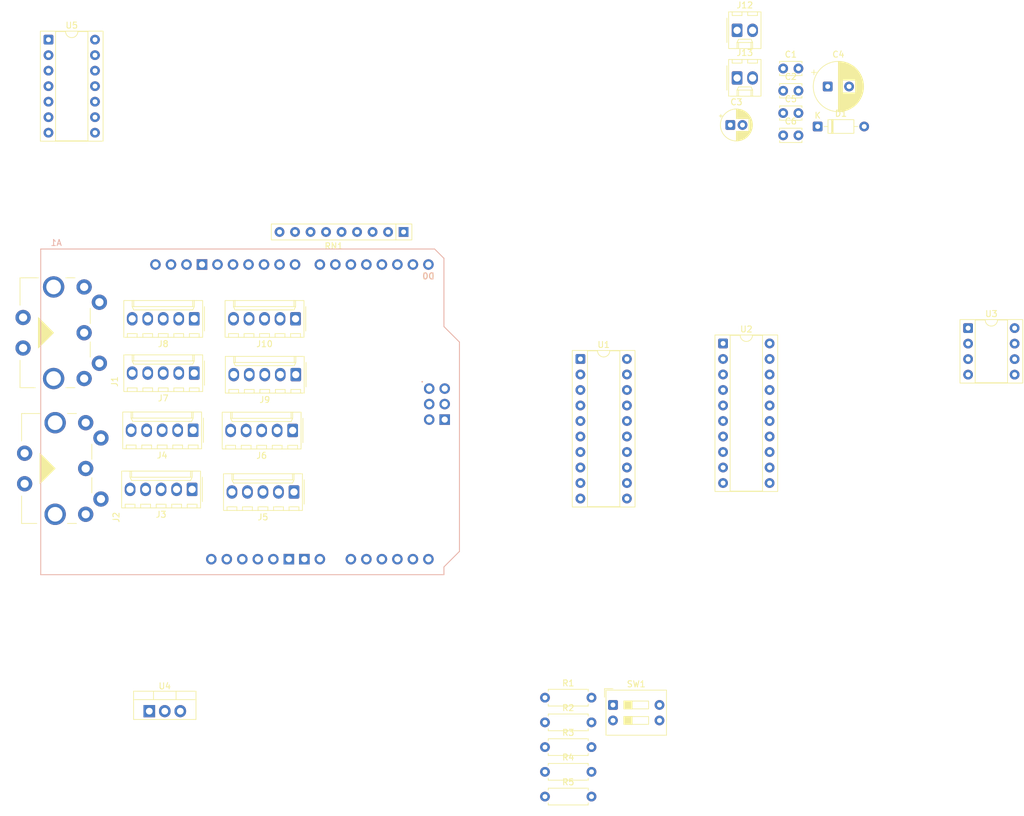
<source format=kicad_pcb>
(kicad_pcb (version 20241229) (generator "pcbnew") (generator_version "9.0")
  (layers (0 "F.Cu" signal) (2 "B.Cu" signal) (13 "F.Paste" user) (15 "B.Paste" user) (5 "F.SilkS" user "F.Silkscreen") (7 "B.SilkS" user "B.Silkscreen") (1 "F.Mask" user) (3 "B.Mask" user) (25 "Edge.Cuts" user))
  (net 0 "")
  (net 1 "/CS_3")
  (net 2 "/CLK")
  (net 4 "/DIP_1")
  (net 9 "/SW_2")
  (net 10 "/CS_5")
  (net 11 "/CS_4")
  (net 12 "+5V")
  (net 15 "/DIP_2")
  (net 18 "/CS_8")
  (net 19 "/SW_1")
  (net 21 "/CS_6")
  (net 22 "/DOUT_8")
  (net 26 "/CS_2")
  (net 27 "/CLK_8")
  (net 28 "/DOUT")
  (net 29 "/CS_7")
  (net 32 "/CLK_1")
  (net 33 "/CS_1")
  (net 37 "Net-(A1-D0{slash}RX)")
  (net 40 "Net-(J1-Pad4)")
  (net 41 "Net-(D1-A)")
  (net 44 "/DOUT_1")
  (net 45 "Net-(J2-Pad4)")
  (net 46 "Net-(J2-Pad5)")
  (net 48 "/CLK_2")
  (net 49 "/DOUT_2")
  (net 50 "/DOUT_3")
  (net 51 "/CLK_3")
  (net 52 "/DOUT_4")
  (net 53 "/CLK_4")
  (net 54 "/DOUT_5")
  (net 55 "/CLK_5")
  (net 56 "/CLK_6")
  (net 57 "/DOUT_6")
  (net 58 "/DOUT_7")
  (net 59 "/CLK_7")
  (net 60 "Net-(U3-VO1)")
  (net 63 "Net-(D1-K)")
  (net 64 "+9V")
  (net 67 "Net-(U5-1Y)")
  (net 71 "GND")
  (footprint "Connector_Molex:Molex_KK-254_AE-6410-05A_1x05_P2.54mm_Vertical" (layer "F.Cu") (at 97.656 109.728 180)
    (property "Reference" "J6" (at 5.08 -4.12 180) (layer "F.SilkS"))
    (property "Value" "Conn_01x05")
    (pad "1" thru_hole roundrect (at 0 0 180) (size 1.74 2.19) (drill 1.19) (layers "*.Cu" "*.Mask") (roundrect_rratio 0.143678) (net 71 "GND"))
    (pad "2" thru_hole oval (at 2.54 0 180) (size 1.74 2.19) (drill 1.19) (layers "*.Cu" "*.Mask") (net 12 "+5V"))
    (pad "3" thru_hole oval (at 5.08 0 180) (size 1.74 2.19) (drill 1.19) (layers "*.Cu" "*.Mask") (net 48 "/CLK_2"))
    (pad "4" thru_hole oval (at 7.62 0 180) (size 1.74 2.19) (drill 1.19) (layers "*.Cu" "*.Mask") (net 49 "/DOUT_2"))
    (pad "5" thru_hole oval (at 10.16 0 180) (size 1.74 2.19) (drill 1.19) (layers "*.Cu" "*.Mask") (net 26 "/CS_2"))
  )
  (footprint "Button_Switch_THT:SW_DIP_SPSTx02_Slide_9.78x7.26mm_W7.62mm_P2.54mm" (layer "F.Cu") (at 150.114 154.686)
    (property "Reference" "SW1" (at 3.81 -3.42 0) (layer "F.SilkS"))
    (property "Value" "SW_DIP_x02")
    (pad "1" thru_hole roundrect (at 0 0) (size 1.6 1.6) (drill 0.8) (layers "*.Cu" "*.Mask") (roundrect_rratio 0.15625) (net 4 "/DIP_1"))
    (pad "2" thru_hole circle (at 0 2.54) (size 1.6 1.6) (drill 0.8) (layers "*.Cu" "*.Mask") (net 15 "/DIP_2"))
    (pad "3" thru_hole circle (at 7.62 2.54) (size 1.6 1.6) (drill 0.8) (layers "*.Cu" "*.Mask") (net 71 "GND"))
    (pad "4" thru_hole circle (at 7.62 0) (size 1.6 1.6) (drill 0.8) (layers "*.Cu" "*.Mask") (net 71 "GND"))
  )
  (footprint "Package_TO_SOT_THT:TO-220-3_Vertical" (layer "F.Cu") (at 74.168 155.702)
    (property "Reference" "U4" (at 2.54 -4.1 0) (layer "F.SilkS"))
    (property "Value" "LM7805_TO220")
    (pad "1" thru_hole rect (at 0 0) (size 1.905 2) (drill 1.1) (layers "*.Cu" "*.Mask") (net 64 "+9V"))
    (pad "2" thru_hole oval (at 2.54 0) (size 1.905 2) (drill 1.1) (layers "*.Cu" "*.Mask") (net 71 "GND"))
    (pad "3" thru_hole oval (at 5.08 0) (size 1.905 2) (drill 1.1) (layers "*.Cu" "*.Mask") (net 12 "+5V"))
  )
  (footprint "Connector_Molex:Molex_KK-254_AE-6410-05A_1x05_P2.54mm_Vertical" (layer "F.Cu") (at 98.124 91.44 180)
    (property "Reference" "J10" (at 5.08 -4.12 180) (layer "F.SilkS"))
    (property "Value" "Conn_01x05")
    (pad "1" thru_hole roundrect (at 0 0 180) (size 1.74 2.19) (drill 1.19) (layers "*.Cu" "*.Mask") (roundrect_rratio 0.143678) (net 71 "GND"))
    (pad "2" thru_hole oval (at 2.54 0 180) (size 1.74 2.19) (drill 1.19) (layers "*.Cu" "*.Mask") (net 12 "+5V"))
    (pad "3" thru_hole oval (at 5.08 0 180) (size 1.74 2.19) (drill 1.19) (layers "*.Cu" "*.Mask") (net 56 "/CLK_6"))
    (pad "4" thru_hole oval (at 7.62 0 180) (size 1.74 2.19) (drill 1.19) (layers "*.Cu" "*.Mask") (net 57 "/DOUT_6"))
    (pad "5" thru_hole oval (at 10.16 0 180) (size 1.74 2.19) (drill 1.19) (layers "*.Cu" "*.Mask") (net 21 "/CS_6"))
  )
  (footprint "Capacitor_THT:C_Disc_D3.4mm_W2.1mm_P2.50mm" (layer "F.Cu") (at 177.992 54.094)
    (property "Reference" "C2" (at 1.25 -2.3 0) (layer "F.SilkS"))
    (property "Value" "0.1uF")
    (pad "1" thru_hole circle (at 0 0) (size 1.6 1.6) (drill 0.8) (layers "*.Cu" "*.Mask") (net 71 "GND"))
    (pad "2" thru_hole circle (at 2.5 0) (size 1.6 1.6) (drill 0.8) (layers "*.Cu" "*.Mask") (net 12 "+5V"))
  )
  (footprint "Resistor_THT:R_Axial_DIN0207_L6.3mm_D2.5mm_P7.62mm_Horizontal" (layer "F.Cu") (at 138.979 153.491)
    (property "Reference" "R1" (at 3.81 -2.37 0) (layer "F.SilkS"))
    (property "Value" "220")
    (pad "1" thru_hole circle (at 0 0) (size 1.6 1.6) (drill 0.8) (layers "*.Cu" "*.Mask") (net 40 "Net-(J1-Pad4)"))
    (pad "2" thru_hole circle (at 7.62 0) (size 1.6 1.6) (drill 0.8) (layers "*.Cu" "*.Mask") (net 63 "Net-(D1-K)"))
  )
  (footprint "Package_DIP:DIP-20_W7.62mm_Socket" (layer "F.Cu") (at 144.78 98.018)
    (property "Reference" "U1" (at 3.81 -2.33 0) (layer "F.SilkS"))
    (property "Value" "74HC244")
    (pad "1" thru_hole roundrect (at 0 0) (size 1.6 1.6) (drill 0.8) (layers "*.Cu" "*.Mask") (roundrect_rratio 0.15625) (net 71 "GND"))
    (pad "2" thru_hole circle (at 0 2.54) (size 1.6 1.6) (drill 0.8) (layers "*.Cu" "*.Mask") (net 28 "/DOUT"))
    (pad "3" thru_hole circle (at 0 5.08) (size 1.6 1.6) (drill 0.8) (layers "*.Cu" "*.Mask") (net 50 "/DOUT_3"))
    (pad "4" thru_hole circle (at 0 7.62) (size 1.6 1.6) (drill 0.8) (layers "*.Cu" "*.Mask") (net 2 "/CLK"))
    (pad "5" thru_hole circle (at 0 10.16) (size 1.6 1.6) (drill 0.8) (layers "*.Cu" "*.Mask") (net 51 "/CLK_3"))
    (pad "6" thru_hole circle (at 0 12.7) (size 1.6 1.6) (drill 0.8) (layers "*.Cu" "*.Mask") (net 28 "/DOUT"))
    (pad "7" thru_hole circle (at 0 15.24) (size 1.6 1.6) (drill 0.8) (layers "*.Cu" "*.Mask") (net 52 "/DOUT_4"))
    (pad "8" thru_hole circle (at 0 17.78) (size 1.6 1.6) (drill 0.8) (layers "*.Cu" "*.Mask") (net 2 "/CLK"))
    (pad "9" thru_hole circle (at 0 20.32) (size 1.6 1.6) (drill 0.8) (layers "*.Cu" "*.Mask") (net 53 "/CLK_4"))
    (pad "10" thru_hole circle (at 0 22.86) (size 1.6 1.6) (drill 0.8) (layers "*.Cu" "*.Mask") (net 71 "GND"))
    (pad "11" thru_hole circle (at 7.62 22.86) (size 1.6 1.6) (drill 0.8) (layers "*.Cu" "*.Mask") (net 2 "/CLK"))
    (pad "12" thru_hole circle (at 7.62 20.32) (size 1.6 1.6) (drill 0.8) (layers "*.Cu" "*.Mask") (net 48 "/CLK_2"))
    (pad "13" thru_hole circle (at 7.62 17.78) (size 1.6 1.6) (drill 0.8) (layers "*.Cu" "*.Mask") (net 28 "/DOUT"))
    (pad "14" thru_hole circle (at 7.62 15.24) (size 1.6 1.6) (drill 0.8) (layers "*.Cu" "*.Mask") (net 49 "/DOUT_2"))
    (pad "15" thru_hole circle (at 7.62 12.7) (size 1.6 1.6) (drill 0.8) (layers "*.Cu" "*.Mask") (net 2 "/CLK"))
    (pad "16" thru_hole circle (at 7.62 10.16) (size 1.6 1.6) (drill 0.8) (layers "*.Cu" "*.Mask") (net 32 "/CLK_1"))
    (pad "17" thru_hole circle (at 7.62 7.62) (size 1.6 1.6) (drill 0.8) (layers "*.Cu" "*.Mask") (net 28 "/DOUT"))
    (pad "18" thru_hole circle (at 7.62 5.08) (size 1.6 1.6) (drill 0.8) (layers "*.Cu" "*.Mask") (net 44 "/DOUT_1"))
    (pad "19" thru_hole circle (at 7.62 2.54) (size 1.6 1.6) (drill 0.8) (layers "*.Cu" "*.Mask") (net 71 "GND"))
    (pad "20" thru_hole circle (at 7.62 0) (size 1.6 1.6) (drill 0.8) (layers "*.Cu" "*.Mask") (net 12 "+5V"))
  )
  (footprint "Capacitor_THT:CP_Radial_D5.0mm_P2.00mm" (layer "F.Cu") (at 169.331775 59.694)
    (property "Reference" "C3" (at 1 -3.75 0) (layer "F.SilkS"))
    (property "Value" "10uF")
    (pad "1" thru_hole roundrect (at 0 0) (size 1.6 1.6) (drill 0.8) (layers "*.Cu" "*.Mask") (roundrect_rratio 0.15625) (net 64 "+9V"))
    (pad "2" thru_hole circle (at 2 0) (size 1.6 1.6) (drill 0.8) (layers "*.Cu" "*.Mask") (net 71 "GND"))
  )
  (footprint "Connector_Molex:Molex_KK-254_AE-6410-05A_1x05_P2.54mm_Vertical" (layer "F.Cu") (at 81.534 100.33 180)
    (property "Reference" "J7" (at 5.08 -4.12 180) (layer "F.SilkS"))
    (property "Value" "Conn_01x05")
    (pad "1" thru_hole roundrect (at 0 0 180) (size 1.74 2.19) (drill 1.19) (layers "*.Cu" "*.Mask") (roundrect_rratio 0.143678) (net 71 "GND"))
    (pad "2" thru_hole oval (at 2.54 0 180) (size 1.74 2.19) (drill 1.19) (layers "*.Cu" "*.Mask") (net 12 "+5V"))
    (pad "3" thru_hole oval (at 5.08 0 180) (size 1.74 2.19) (drill 1.19) (layers "*.Cu" "*.Mask") (net 51 "/CLK_3"))
    (pad "4" thru_hole oval (at 7.62 0 180) (size 1.74 2.19) (drill 1.19) (layers "*.Cu" "*.Mask") (net 50 "/DOUT_3"))
    (pad "5" thru_hole oval (at 10.16 0 180) (size 1.74 2.19) (drill 1.19) (layers "*.Cu" "*.Mask") (net 1 "/CS_3"))
  )
  (footprint "Resistor_THT:R_Axial_DIN0207_L6.3mm_D2.5mm_P7.62mm_Horizontal" (layer "F.Cu") (at 138.979 157.541)
    (property "Reference" "R2" (at 3.81 -2.37 0) (layer "F.SilkS"))
    (property "Value" "220")
    (pad "1" thru_hole circle (at 0 0) (size 1.6 1.6) (drill 0.8) (layers "*.Cu" "*.Mask") (net 12 "+5V"))
    (pad "2" thru_hole circle (at 7.62 0) (size 1.6 1.6) (drill 0.8) (layers "*.Cu" "*.Mask") (net 45 "Net-(J2-Pad4)"))
  )
  (footprint "Resistor_THT:R_Array_SIP9" (layer "F.Cu") (at 115.824 77.216 180)
    (property "Reference" "RN1" (at 11.43 -2.31 0) (layer "F.SilkS"))
    (property "Value" "8 x 10K")
    (pad "1" thru_hole rect (at 0 0 180) (size 1.6 1.6) (drill 0.8) (layers "*.Cu" "*.Mask") (net 12 "+5V"))
    (pad "2" thru_hole circle (at 2.54 0 180) (size 1.6 1.6) (drill 0.8) (layers "*.Cu" "*.Mask") (net 33 "/CS_1"))
    (pad "3" thru_hole circle (at 5.08 0 180) (size 1.6 1.6) (drill 0.8) (layers "*.Cu" "*.Mask") (net 26 "/CS_2"))
    (pad "4" thru_hole circle (at 7.62 0 180) (size 1.6 1.6) (drill 0.8) (layers "*.Cu" "*.Mask") (net 1 "/CS_3"))
    (pad "5" thru_hole circle (at 10.16 0 180) (size 1.6 1.6) (drill 0.8) (layers "*.Cu" "*.Mask") (net 11 "/CS_4"))
    (pad "6" thru_hole circle (at 12.7 0 180) (size 1.6 1.6) (drill 0.8) (layers "*.Cu" "*.Mask") (net 10 "/CS_5"))
    (pad "7" thru_hole circle (at 15.24 0 180) (size 1.6 1.6) (drill 0.8) (layers "*.Cu" "*.Mask") (net 21 "/CS_6"))
    (pad "8" thru_hole circle (at 17.78 0 180) (size 1.6 1.6) (drill 0.8) (layers "*.Cu" "*.Mask") (net 29 "/CS_7"))
    (pad "9" thru_hole circle (at 20.32 0 180) (size 1.6 1.6) (drill 0.8) (layers "*.Cu" "*.Mask") (net 18 "/CS_8"))
  )
  (footprint "FreakHat:DIN5_MIDI" (layer "F.Cu") (at 63.5 93.726)
    (property "Reference" "J1" (at 5 8 90) (layer "F.SilkS"))
    (property "Value" "DIN-5")
    (pad "" thru_hole circle (at -5 -7.5) (size 3.5 3.5) (drill 2.4) (layers "*.Cu" "*.Mask"))
    (pad "" thru_hole circle (at -5 7.5) (size 3.5 3.5) (drill 2.4) (layers "*.Cu" "*.Mask"))
    (pad "1" thru_hole circle (at 0 7.5) (size 2.5 2.5) (drill 1.35) (layers "*.Cu" "*.Mask"))
    (pad "2" thru_hole circle (at 0 0) (size 2.5 2.5) (drill 1.35) (layers "*.Cu" "*.Mask"))
    (pad "3" thru_hole circle (at 0 -7.5) (size 2.5 2.5) (drill 1.35) (layers "*.Cu" "*.Mask"))
    (pad "4" thru_hole circle (at 2.5 5) (size 2.5 2.5) (drill 1.35) (layers "*.Cu" "*.Mask") (net 40 "Net-(J1-Pad4)"))
    (pad "5" thru_hole circle (at 2.5 -5) (size 2.5 2.5) (drill 1.35) (layers "*.Cu" "*.Mask") (net 41 "Net-(D1-A)"))
    (pad "G" thru_hole circle (at -10 -2.5) (size 2.5 2.5) (drill 1.35) (layers "*.Cu" "*.Mask"))
    (pad "G" thru_hole circle (at -10 2.5) (size 2.5 2.5) (drill 1.35) (layers "*.Cu" "*.Mask"))
  )
  (footprint "Connector_Molex:Molex_KK-254_AE-6410-05A_1x05_P2.54mm_Vertical" (layer "F.Cu") (at 81.186 119.38 180)
    (property "Reference" "J3" (at 5.08 -4.12 180) (layer "F.SilkS"))
    (property "Value" "Conn_01x05")
    (pad "1" thru_hole roundrect (at 0 0 180) (size 1.74 2.19) (drill 1.19) (layers "*.Cu" "*.Mask") (roundrect_rratio 0.143678) (net 71 "GND"))
    (pad "2" thru_hole oval (at 2.54 0 180) (size 1.74 2.19) (drill 1.19) (layers "*.Cu" "*.Mask") (net 12 "+5V"))
    (pad "3" thru_hole oval (at 5.08 0 180) (size 1.74 2.19) (drill 1.19) (layers "*.Cu" "*.Mask") (net 59 "/CLK_7"))
    (pad "4" thru_hole oval (at 7.62 0 180) (size 1.74 2.19) (drill 1.19) (layers "*.Cu" "*.Mask") (net 58 "/DOUT_7"))
    (pad "5" thru_hole oval (at 10.16 0 180) (size 1.74 2.19) (drill 1.19) (layers "*.Cu" "*.Mask") (net 29 "/CS_7"))
  )
  (footprint "Package_DIP:DIP-20_W7.62mm_Socket" (layer "F.Cu") (at 168.148 95.478)
    (property "Reference" "U2" (at 3.81 -2.33 0) (layer "F.SilkS"))
    (property "Value" "74HC244")
    (pad "1" thru_hole roundrect (at 0 0) (size 1.6 1.6) (drill 0.8) (layers "*.Cu" "*.Mask") (roundrect_rratio 0.15625) (net 71 "GND"))
    (pad "2" thru_hole circle (at 0 2.54) (size 1.6 1.6) (drill 0.8) (layers "*.Cu" "*.Mask") (net 28 "/DOUT"))
    (pad "3" thru_hole circle (at 0 5.08) (size 1.6 1.6) (drill 0.8) (layers "*.Cu" "*.Mask") (net 58 "/DOUT_7"))
    (pad "4" thru_hole circle (at 0 7.62) (size 1.6 1.6) (drill 0.8) (layers "*.Cu" "*.Mask") (net 2 "/CLK"))
    (pad "5" thru_hole circle (at 0 10.16) (size 1.6 1.6) (drill 0.8) (layers "*.Cu" "*.Mask") (net 59 "/CLK_7"))
    (pad "6" thru_hole circle (at 0 12.7) (size 1.6 1.6) (drill 0.8) (layers "*.Cu" "*.Mask") (net 28 "/DOUT"))
    (pad "7" thru_hole circle (at 0 15.24) (size 1.6 1.6) (drill 0.8) (layers "*.Cu" "*.Mask") (net 22 "/DOUT_8"))
    (pad "8" thru_hole circle (at 0 17.78) (size 1.6 1.6) (drill 0.8) (layers "*.Cu" "*.Mask") (net 2 "/CLK"))
    (pad "9" thru_hole circle (at 0 20.32) (size 1.6 1.6) (drill 0.8) (layers "*.Cu" "*.Mask") (net 27 "/CLK_8"))
    (pad "10" thru_hole circle (at 0 22.86) (size 1.6 1.6) (drill 0.8) (layers "*.Cu" "*.Mask") (net 71 "GND"))
    (pad "11" thru_hole circle (at 7.62 22.86) (size 1.6 1.6) (drill 0.8) (layers "*.Cu" "*.Mask") (net 2 "/CLK"))
    (pad "12" thru_hole circle (at 7.62 20.32) (size 1.6 1.6) (drill 0.8) (layers "*.Cu" "*.Mask") (net 56 "/CLK_6"))
    (pad "13" thru_hole circle (at 7.62 17.78) (size 1.6 1.6) (drill 0.8) (layers "*.Cu" "*.Mask") (net 28 "/DOUT"))
    (pad "14" thru_hole circle (at 7.62 15.24) (size 1.6 1.6) (drill 0.8) (layers "*.Cu" "*.Mask") (net 57 "/DOUT_6"))
    (pad "15" thru_hole circle (at 7.62 12.7) (size 1.6 1.6) (drill 0.8) (layers "*.Cu" "*.Mask") (net 2 "/CLK"))
    (pad "16" thru_hole circle (at 7.62 10.16) (size 1.6 1.6) (drill 0.8) (layers "*.Cu" "*.Mask") (net 55 "/CLK_5"))
    (pad "17" thru_hole circle (at 7.62 7.62) (size 1.6 1.6) (drill 0.8) (layers "*.Cu" "*.Mask") (net 28 "/DOUT"))
    (pad "18" thru_hole circle (at 7.62 5.08) (size 1.6 1.6) (drill 0.8) (layers "*.Cu" "*.Mask") (net 54 "/DOUT_5"))
    (pad "19" thru_hole circle (at 7.62 2.54) (size 1.6 1.6) (drill 0.8) (layers "*.Cu" "*.Mask") (net 71 "GND"))
    (pad "20" thru_hole circle (at 7.62 0) (size 1.6 1.6) (drill 0.8) (layers "*.Cu" "*.Mask") (net 12 "+5V"))
  )
  (footprint "Connector_Molex:Molex_KK-254_AE-6410-05A_1x05_P2.54mm_Vertical" (layer "F.Cu") (at 81.36 109.696 180)
    (property "Reference" "J4" (at 5.08 -4.12 180) (layer "F.SilkS"))
    (property "Value" "Conn_01x05")
    (pad "1" thru_hole roundrect (at 0 0 180) (size 1.74 2.19) (drill 1.19) (layers "*.Cu" "*.Mask") (roundrect_rratio 0.143678) (net 71 "GND"))
    (pad "2" thru_hole oval (at 2.54 0 180) (size 1.74 2.19) (drill 1.19) (layers "*.Cu" "*.Mask") (net 12 "+5V"))
    (pad "3" thru_hole oval (at 5.08 0 180) (size 1.74 2.19) (drill 1.19) (layers "*.Cu" "*.Mask") (net 27 "/CLK_8"))
    (pad "4" thru_hole oval (at 7.62 0 180) (size 1.74 2.19) (drill 1.19) (layers "*.Cu" "*.Mask") (net 22 "/DOUT_8"))
    (pad "5" thru_hole oval (at 10.16 0 180) (size 1.74 2.19) (drill 1.19) (layers "*.Cu" "*.Mask") (net 18 "/CS_8"))
  )
  (footprint "Package_DIP:DIP-8_W7.62mm_Socket" (layer "F.Cu") (at 208.28 92.964)
    (property "Reference" "U3" (at 3.81 -2.33 0) (layer "F.SilkS"))
    (property "Value" "6N138")
    (pad "1" thru_hole roundrect (at 0 0) (size 1.6 1.6) (drill 0.8) (layers "*.Cu" "*.Mask") (roundrect_rratio 0.15625))
    (pad "2" thru_hole circle (at 0 2.54) (size 1.6 1.6) (drill 0.8) (layers "*.Cu" "*.Mask") (net 63 "Net-(D1-K)"))
    (pad "3" thru_hole circle (at 0 5.08) (size 1.6 1.6) (drill 0.8) (layers "*.Cu" "*.Mask") (net 41 "Net-(D1-A)"))
    (pad "4" thru_hole circle (at 0 7.62) (size 1.6 1.6) (drill 0.8) (layers "*.Cu" "*.Mask"))
    (pad "5" thru_hole circle (at 7.62 7.62) (size 1.6 1.6) (drill 0.8) (layers "*.Cu" "*.Mask") (net 71 "GND"))
    (pad "6" thru_hole circle (at 7.62 5.08) (size 1.6 1.6) (drill 0.8) (layers "*.Cu" "*.Mask") (net 37 "Net-(A1-D0{slash}RX)"))
    (pad "7" thru_hole circle (at 7.62 2.54) (size 1.6 1.6) (drill 0.8) (layers "*.Cu" "*.Mask") (net 60 "Net-(U3-VO1)"))
    (pad "8" thru_hole circle (at 7.62 0) (size 1.6 1.6) (drill 0.8) (layers "*.Cu" "*.Mask") (net 12 "+5V"))
  )
  (footprint "Resistor_THT:R_Axial_DIN0207_L6.3mm_D2.5mm_P7.62mm_Horizontal" (layer "F.Cu") (at 138.979 161.591)
    (property "Reference" "R3" (at 3.81 -2.37 0) (layer "F.SilkS"))
    (property "Value" "220")
    (pad "1" thru_hole circle (at 0 0) (size 1.6 1.6) (drill 0.8) (layers "*.Cu" "*.Mask") (net 46 "Net-(J2-Pad5)"))
    (pad "2" thru_hole circle (at 7.62 0) (size 1.6 1.6) (drill 0.8) (layers "*.Cu" "*.Mask") (net 67 "Net-(U5-1Y)"))
  )
  (footprint "Resistor_THT:R_Axial_DIN0207_L6.3mm_D2.5mm_P7.62mm_Horizontal" (layer "F.Cu") (at 138.979 165.641)
    (property "Reference" "R4" (at 3.81 -2.37 0) (layer "F.SilkS"))
    (property "Value" "4.7K")
    (pad "1" thru_hole circle (at 0 0) (size 1.6 1.6) (drill 0.8) (layers "*.Cu" "*.Mask") (net 60 "Net-(U3-VO1)"))
    (pad "2" thru_hole circle (at 7.62 0) (size 1.6 1.6) (drill 0.8) (layers "*.Cu" "*.Mask") (net 71 "GND"))
  )
  (footprint "Connector_Molex:Molex_KK-254_AE-6410-05A_1x05_P2.54mm_Vertical" (layer "F.Cu") (at 98.164 100.584 180)
    (property "Reference" "J9" (at 5.08 -4.12 180) (layer "F.SilkS"))
    (property "Value" "Conn_01x05")
    (pad "1" thru_hole roundrect (at 0 0 180) (size 1.74 2.19) (drill 1.19) (layers "*.Cu" "*.Mask") (roundrect_rratio 0.143678) (net 71 "GND"))
    (pad "2" thru_hole oval (at 2.54 0 180) (size 1.74 2.19) (drill 1.19) (layers "*.Cu" "*.Mask") (net 12 "+5V"))
    (pad "3" thru_hole oval (at 5.08 0 180) (size 1.74 2.19) (drill 1.19) (layers "*.Cu" "*.Mask") (net 55 "/CLK_5"))
    (pad "4" thru_hole oval (at 7.62 0 180) (size 1.74 2.19) (drill 1.19) (layers "*.Cu" "*.Mask") (net 54 "/DOUT_5"))
    (pad "5" thru_hole oval (at 10.16 0 180) (size 1.74 2.19) (drill 1.19) (layers "*.Cu" "*.Mask") (net 10 "/CS_5"))
  )
  (footprint "Capacitor_THT:CP_Radial_D8.0mm_P3.50mm" (layer "F.Cu") (at 185.286698 53.394)
    (property "Reference" "C4" (at 1.75 -5.25 0) (layer "F.SilkS"))
    (property "Value" "100uF")
    (pad "1" thru_hole roundrect (at 0 0) (size 1.6 1.6) (drill 0.8) (layers "*.Cu" "*.Mask") (roundrect_rratio 0.15625) (net 12 "+5V"))
    (pad "2" thru_hole circle (at 3.5 0) (size 1.6 1.6) (drill 0.8) (layers "*.Cu" "*.Mask") (net 71 "GND"))
  )
  (footprint "FreakHat:DIN5_MIDI" (layer "F.Cu") (at 63.754 115.958)
    (property "Reference" "J2" (at 5 8 90) (layer "F.SilkS"))
    (property "Value" "DIN-5")
    (pad "" thru_hole circle (at -5 -7.5) (size 3.5 3.5) (drill 2.4) (layers "*.Cu" "*.Mask"))
    (pad "" thru_hole circle (at -5 7.5) (size 3.5 3.5) (drill 2.4) (layers "*.Cu" "*.Mask"))
    (pad "1" thru_hole circle (at 0 7.5) (size 2.5 2.5) (drill 1.35) (layers "*.Cu" "*.Mask"))
    (pad "2" thru_hole circle (at 0 0) (size 2.5 2.5) (drill 1.35) (layers "*.Cu" "*.Mask") (net 71 "GND"))
    (pad "3" thru_hole circle (at 0 -7.5) (size 2.5 2.5) (drill 1.35) (layers "*.Cu" "*.Mask"))
    (pad "4" thru_hole circle (at 2.5 5) (size 2.5 2.5) (drill 1.35) (layers "*.Cu" "*.Mask") (net 45 "Net-(J2-Pad4)"))
    (pad "5" thru_hole circle (at 2.5 -5) (size 2.5 2.5) (drill 1.35) (layers "*.Cu" "*.Mask") (net 46 "Net-(J2-Pad5)"))
    (pad "G" thru_hole circle (at -10 -2.5) (size 2.5 2.5) (drill 1.35) (layers "*.Cu" "*.Mask"))
    (pad "G" thru_hole circle (at -10 2.5) (size 2.5 2.5) (drill 1.35) (layers "*.Cu" "*.Mask"))
  )
  (footprint "Resistor_THT:R_Axial_DIN0207_L6.3mm_D2.5mm_P7.62mm_Horizontal" (layer "F.Cu") (at 138.979 169.691)
    (property "Reference" "R5" (at 3.81 -2.37 0) (layer "F.SilkS"))
    (property "Value" "270")
    (pad "1" thru_hole circle (at 0 0) (size 1.6 1.6) (drill 0.8) (layers "*.Cu" "*.Mask") (net 12 "+5V"))
    (pad "2" thru_hole circle (at 7.62 0) (size 1.6 1.6) (drill 0.8) (layers "*.Cu" "*.Mask") (net 37 "Net-(A1-D0{slash}RX)"))
  )
  (footprint "Package_DIP:DIP-14_W7.62mm_Socket" (layer "F.Cu") (at 57.658 45.72)
    (property "Reference" "U5" (at 3.81 -2.33 0) (layer "F.SilkS"))
    (property "Value" "SN7407N")
    (pad "1" thru_hole roundrect (at 0 0) (size 1.6 1.6) (drill 0.8) (layers "*.Cu" "*.Mask") (roundrect_rratio 0.15625) (net 37 "Net-(A1-D0{slash}RX)"))
    (pad "2" thru_hole circle (at 0 2.54) (size 1.6 1.6) (drill 0.8) (layers "*.Cu" "*.Mask") (net 67 "Net-(U5-1Y)"))
    (pad "3" thru_hole circle (at 0 5.08) (size 1.6 1.6) (drill 0.8) (layers "*.Cu" "*.Mask") (net 71 "GND"))
    (pad "4" thru_hole circle (at 0 7.62) (size 1.6 1.6) (drill 0.8) (layers "*.Cu" "*.Mask"))
    (pad "5" thru_hole circle (at 0 10.16) (size 1.6 1.6) (drill 0.8) (layers "*.Cu" "*.Mask") (net 71 "GND"))
    (pad "6" thru_hole circle (at 0 12.7) (size 1.6 1.6) (drill 0.8) (layers "*.Cu" "*.Mask"))
    (pad "7" thru_hole circle (at 0 15.24) (size 1.6 1.6) (drill 0.8) (layers "*.Cu" "*.Mask") (net 71 "GND"))
    (pad "8" thru_hole circle (at 7.62 15.24) (size 1.6 1.6) (drill 0.8) (layers "*.Cu" "*.Mask"))
    (pad "9" thru_hole circle (at 7.62 12.7) (size 1.6 1.6) (drill 0.8) (layers "*.Cu" "*.Mask") (net 71 "GND"))
    (pad "10" thru_hole circle (at 7.62 10.16) (size 1.6 1.6) (drill 0.8) (layers "*.Cu" "*.Mask"))
    (pad "11" thru_hole circle (at 7.62 7.62) (size 1.6 1.6) (drill 0.8) (layers "*.Cu" "*.Mask") (net 71 "GND"))
    (pad "12" thru_hole circle (at 7.62 5.08) (size 1.6 1.6) (drill 0.8) (layers "*.Cu" "*.Mask"))
    (pad "13" thru_hole circle (at 7.62 2.54) (size 1.6 1.6) (drill 0.8) (layers "*.Cu" "*.Mask") (net 71 "GND"))
    (pad "14" thru_hole circle (at 7.62 0) (size 1.6 1.6) (drill 0.8) (layers "*.Cu" "*.Mask") (net 12 "+5V"))
  )
  (footprint "Connector_Molex:Molex_KK-254_AE-6410-05A_1x05_P2.54mm_Vertical" (layer "F.Cu") (at 81.534 91.44 180)
    (property "Reference" "J8" (at 5.08 -4.12 180) (layer "F.SilkS"))
    (property "Value" "Conn_01x05")
    (pad "1" thru_hole roundrect (at 0 0 180) (size 1.74 2.19) (drill 1.19) (layers "*.Cu" "*.Mask") (roundrect_rratio 0.143678) (net 71 "GND"))
    (pad "2" thru_hole oval (at 2.54 0 180) (size 1.74 2.19) (drill 1.19) (layers "*.Cu" "*.Mask") (net 12 "+5V"))
    (pad "3" thru_hole oval (at 5.08 0 180) (size 1.74 2.19) (drill 1.19) (layers "*.Cu" "*.Mask") (net 53 "/CLK_4"))
    (pad "4" thru_hole oval (at 7.62 0 180) (size 1.74 2.19) (drill 1.19) (layers "*.Cu" "*.Mask") (net 52 "/DOUT_4"))
    (pad "5" thru_hole oval (at 10.16 0 180) (size 1.74 2.19) (drill 1.19) (layers "*.Cu" "*.Mask") (net 11 "/CS_4"))
  )
  (footprint "Capacitor_THT:C_Disc_D3.4mm_W2.1mm_P2.50mm" (layer "F.Cu") (at 177.992 57.744)
    (property "Reference" "C5" (at 1.25 -2.3 0) (layer "F.SilkS"))
    (property "Value" "0.1uF")
    (pad "1" thru_hole circle (at 0 0) (size 1.6 1.6) (drill 0.8) (layers "*.Cu" "*.Mask") (net 12 "+5V"))
    (pad "2" thru_hole circle (at 2.5 0) (size 1.6 1.6) (drill 0.8) (layers "*.Cu" "*.Mask") (net 71 "GND"))
  )
  (footprint "Connector_Molex:Molex_KK-254_AE-6410-05A_1x05_P2.54mm_Vertical" (layer "F.Cu") (at 97.87 119.804 180)
    (property "Reference" "J5" (at 5.08 -4.12 180) (layer "F.SilkS"))
    (property "Value" "Conn_01x05")
    (pad "1" thru_hole roundrect (at 0 0 180) (size 1.74 2.19) (drill 1.19) (layers "*.Cu" "*.Mask") (roundrect_rratio 0.143678) (net 71 "GND"))
    (pad "2" thru_hole oval (at 2.54 0 180) (size 1.74 2.19) (drill 1.19) (layers "*.Cu" "*.Mask") (net 12 "+5V"))
    (pad "3" thru_hole oval (at 5.08 0 180) (size 1.74 2.19) (drill 1.19) (layers "*.Cu" "*.Mask") (net 32 "/CLK_1"))
    (pad "4" thru_hole oval (at 7.62 0 180) (size 1.74 2.19) (drill 1.19) (layers "*.Cu" "*.Mask") (net 44 "/DOUT_1"))
    (pad "5" thru_hole oval (at 10.16 0 180) (size 1.74 2.19) (drill 1.19) (layers "*.Cu" "*.Mask") (net 33 "/CS_1"))
  )
  (footprint "Connector_Molex:Molex_KK-254_AE-6410-02A_1x02_P2.54mm_Vertical" (layer "F.Cu") (at 170.442 44.194)
    (property "Reference" "J12" (at 1.27 -4.12 0) (layer "F.SilkS"))
    (property "Value" "Conn_01x02")
    (pad "1" thru_hole roundrect (at 0 0) (size 1.74 2.19) (drill 1.19) (layers "*.Cu" "*.Mask") (roundrect_rratio 0.143678) (net 71 "GND"))
    (pad "2" thru_hole oval (at 2.54 0) (size 1.74 2.19) (drill 1.19) (layers "*.Cu" "*.Mask") (net 19 "/SW_1"))
  )
  (footprint "Capacitor_THT:C_Disc_D3.4mm_W2.1mm_P2.50mm" (layer "F.Cu") (at 177.992 50.444)
    (property "Reference" "C1" (at 1.25 -2.3 0) (layer "F.SilkS"))
    (property "Value" "0.1uF")
    (pad "1" thru_hole circle (at 0 0) (size 1.6 1.6) (drill 0.8) (layers "*.Cu" "*.Mask") (net 71 "GND"))
    (pad "2" thru_hole circle (at 2.5 0) (size 1.6 1.6) (drill 0.8) (layers "*.Cu" "*.Mask") (net 12 "+5V"))
  )
  (footprint "Capacitor_THT:C_Disc_D3.4mm_W2.1mm_P2.50mm" (layer "F.Cu") (at 177.992 61.394)
    (property "Reference" "C6" (at 1.25 -2.3 0) (layer "F.SilkS"))
    (property "Value" "0.1uF")
    (pad "1" thru_hole circle (at 0 0) (size 1.6 1.6) (drill 0.8) (layers "*.Cu" "*.Mask") (net 12 "+5V"))
    (pad "2" thru_hole circle (at 2.5 0) (size 1.6 1.6) (drill 0.8) (layers "*.Cu" "*.Mask") (net 71 "GND"))
  )
  (footprint "PCM_arduino-library:Arduino_Uno_R3_Shield" (layer "F.Cu") (at 56.388 133.35)
    (property "Reference" "A1" (at 2.54 -54.356 0) (layer "B.SilkS") (effects (justify mirror)))
    (property "Value" "Arduino_Uno_R3_Shield")
    (fp_text user "." (at 62.484 -32.004 0) (layer "F.SilkS"))
    (fp_text user "D0" (at 63.5 -48.895 0) (layer "F.SilkS"))
    (fp_text user "D0" (at 63.5 -48.895 0) (layer "B.SilkS") (effects (justify mirror)))
    (fp_text user "." (at 62.484 -32.004 0) (layer "B.SilkS"))
    (pad "" np_thru_hole circle (at 13.97 -2.54) (size 3.2 3.2) (drill 3.2) (layers "*.Cu" "*.Mask"))
    (pad "" np_thru_hole circle (at 15.24 -50.8) (size 3.2 3.2) (drill 3.2) (layers "*.Cu" "*.Mask"))
    (pad "" thru_hole oval (at 27.94 -2.54) (size 1.7272 1.7272) (drill 1.016) (layers "*.Cu" "*.Mask"))
    (pad "" np_thru_hole circle (at 66.04 -35.56) (size 3.2 3.2) (drill 3.2) (layers "*.Cu" "*.Mask"))
    (pad "" np_thru_hole circle (at 66.04 -7.62) (size 3.2 3.2) (drill 3.2) (layers "*.Cu" "*.Mask"))
    (pad "3V3" thru_hole oval (at 35.56 -2.54) (size 1.7272 1.7272) (drill 1.016) (layers "*.Cu" "*.Mask"))
    (pad "5V1" thru_hole oval (at 38.1 -2.54) (size 1.7272 1.7272) (drill 1.016) (layers "*.Cu" "*.Mask"))
    (pad "5V2" thru_hole oval (at 66.167 -30.48) (size 1.7272 1.7272) (drill 1.016) (layers "*.Cu" "*.Mask"))
    (pad "A0" thru_hole oval (at 50.8 -2.54) (size 1.7272 1.7272) (drill 1.016) (layers "*.Cu" "*.Mask") (net 15 "/DIP_2"))
    (pad "A1" thru_hole oval (at 53.34 -2.54) (size 1.7272 1.7272) (drill 1.016) (layers "*.Cu" "*.Mask") (net 4 "/DIP_1"))
    (pad "A2" thru_hole oval (at 55.88 -2.54) (size 1.7272 1.7272) (drill 1.016) (layers "*.Cu" "*.Mask") (net 19 "/SW_1"))
    (pad "A3" thru_hole oval (at 58.42 -2.54) (size 1.7272 1.7272) (drill 1.016) (layers "*.Cu" "*.Mask") (net 9 "/SW_2"))
    (pad "A4" thru_hole oval (at 60.96 -2.54) (size 1.7272 1.7272) (drill 1.016) (layers "*.Cu" "*.Mask"))
    (pad "A5" thru_hole oval (at 63.5 -2.54) (size 1.7272 1.7272) (drill 1.016) (layers "*.Cu" "*.Mask"))
    (pad "AREF" thru_hole oval (at 23.876 -50.8) (size 1.7272 1.7272) (drill 1.016) (layers "*.Cu" "*.Mask"))
    (pad "D0" thru_hole oval (at 63.5 -50.8) (size 1.7272 1.7272) (drill 1.016) (layers "*.Cu" "*.Mask") (net 37 "Net-(A1-D0{slash}RX)"))
    (pad "D1" thru_hole oval (at 60.96 -50.8) (size 1.7272 1.7272) (drill 1.016) (layers "*.Cu" "*.Mask"))
    (pad "D2" thru_hole oval (at 58.42 -50.8) (size 1.7272 1.7272) (drill 1.016) (layers "*.Cu" "*.Mask") (net 33 "/CS_1"))
    (pad "D3" thru_hole oval (at 55.88 -50.8) (size 1.7272 1.7272) (drill 1.016) (layers "*.Cu" "*.Mask") (net 26 "/CS_2"))
    (pad "D4" thru_hole oval (at 53.34 -50.8) (size 1.7272 1.7272) (drill 1.016) (layers "*.Cu" "*.Mask") (net 1 "/CS_3"))
    (pad "D5" thru_hole oval (at 50.8 -50.8) (size 1.7272 1.7272) (drill 1.016) (layers "*.Cu" "*.Mask") (net 11 "/CS_4"))
    (pad "D6" thru_hole oval (at 48.26 -50.8) (size 1.7272 1.7272) (drill 1.016) (layers "*.Cu" "*.Mask") (net 10 "/CS_5"))
    (pad "D7" thru_hole oval (at 45.72 -50.8) (size 1.7272 1.7272) (drill 1.016) (layers "*.Cu" "*.Mask") (net 21 "/CS_6"))
    (pad "D8" thru_hole oval (at 41.656 -50.8) (size 1.7272 1.7272) (drill 1.016) (layers "*.Cu" "*.Mask") (net 29 "/CS_7"))
    (pad "D9" thru_hole oval (at 39.116 -50.8) (size 1.7272 1.7272) (drill 1.016) (layers "*.Cu" "*.Mask") (net 18 "/CS_8"))
    (pad "D10" thru_hole oval (at 36.576 -50.8) (size 1.7272 1.7272) (drill 1.016) (layers "*.Cu" "*.Mask"))
    (pad "D11" thru_hole oval (at 34.036 -50.8) (size 1.7272 1.7272) (drill 1.016) (layers "*.Cu" "*.Mask") (net 28 "/DOUT"))
    (pad "D12" thru_hole oval (at 31.496 -50.8) (size 1.7272 1.7272) (drill 1.016) (layers "*.Cu" "*.Mask"))
    (pad "D13" thru_hole oval (at 28.956 -50.8) (size 1.7272 1.7272) (drill 1.016) (layers "*.Cu" "*.Mask") (net 2 "/CLK"))
    (pad "GND1" thru_hole rect (at 26.416 -50.8) (size 1.7272 1.7272) (drill 1.016) (layers "*.Cu" "*.Mask") (net 71 "GND"))
    (pad "GND2" thru_hole rect (at 40.64 -2.54) (size 1.7272 1.7272) (drill 1.016) (layers "*.Cu" "*.Mask") (net 71 "GND"))
    (pad "GND3" thru_hole rect (at 43.18 -2.54) (size 1.7272 1.7272) (drill 1.016) (layers "*.Cu" "*.Mask") (net 71 "GND"))
    (pad "GND4" thru_hole rect (at 66.167 -25.4) (size 1.7272 1.7272) (drill 1.016) (layers "*.Cu" "*.Mask"))
    (pad "IORF" thru_hole oval (at 30.48 -2.54) (size 1.7272 1.7272) (drill 1.016) (layers "*.Cu" "*.Mask"))
    (pad "MISO" thru_hole oval (at 63.627 -30.48) (size 1.7272 1.7272) (drill 1.016) (layers "*.Cu" "*.Mask"))
    (pad "MOSI" thru_hole oval (at 66.167 -27.94) (size 1.7272 1.7272) (drill 1.016) (layers "*.Cu" "*.Mask"))
    (pad "RST1" thru_hole oval (at 33.02 -2.54) (size 1.7272 1.7272) (drill 1.016) (layers "*.Cu" "*.Mask"))
    (pad "RST2" thru_hole oval (at 63.627 -25.4) (size 1.7272 1.7272) (drill 1.016) (layers "*.Cu" "*.Mask"))
    (pad "SCK" thru_hole oval (at 63.627 -27.94) (size 1.7272 1.7272) (drill 1.016) (layers "*.Cu" "*.Mask"))
    (pad "SCL" thru_hole oval (at 18.796 -50.8) (size 1.7272 1.7272) (drill 1.016) (layers "*.Cu" "*.Mask"))
    (pad "SDA" thru_hole oval (at 21.336 -50.8) (size 1.7272 1.7272) (drill 1.016) (layers "*.Cu" "*.Mask"))
    (pad "VIN" thru_hole oval (at 45.72 -2.54) (size 1.7272 1.7272) (drill 1.016) (layers "*.Cu" "*.Mask") (net 64 "+9V"))
  )
  (footprint "Connector_Molex:Molex_KK-254_AE-6410-02A_1x02_P2.54mm_Vertical" (layer "F.Cu") (at 170.442 51.994)
    (property "Reference" "J13" (at 1.27 -4.12 0) (layer "F.SilkS"))
    (property "Value" "Conn_01x02")
    (pad "1" thru_hole roundrect (at 0 0) (size 1.74 2.19) (drill 1.19) (layers "*.Cu" "*.Mask") (roundrect_rratio 0.143678) (net 71 "GND"))
    (pad "2" thru_hole oval (at 2.54 0) (size 1.74 2.19) (drill 1.19) (layers "*.Cu" "*.Mask") (net 9 "/SW_2"))
  )
  (footprint "Diode_THT:D_DO-35_SOD27_P7.62mm_Horizontal" (layer "F.Cu") (at 183.642 59.944)
    (property "Reference" "D1" (at 3.81 -2.12 0) (layer "F.SilkS"))
    (property "Value" "1N4148")
    (fp_text user "K" (at 0 -1.8 0) (layer "F.SilkS"))
    (pad "1" thru_hole roundrect (at 0 0) (size 1.6 1.6) (drill 0.8) (layers "*.Cu" "*.Mask") (roundrect_rratio 0.15625) (net 63 "Net-(D1-K)"))
    (pad "2" thru_hole circle (at 7.62 0) (size 1.6 1.6) (drill 0.8) (layers "*.Cu" "*.Mask") (net 41 "Net-(D1-A)"))
  )
)
</source>
